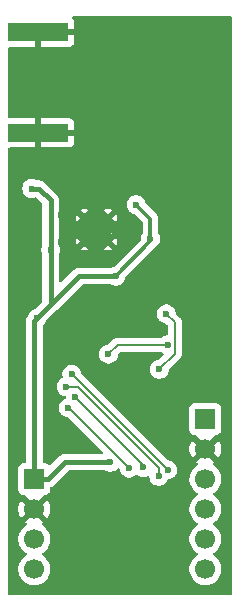
<source format=gbr>
%TF.GenerationSoftware,KiCad,Pcbnew,9.0.6*%
%TF.CreationDate,2026-01-14T21:48:58+07:00*%
%TF.ProjectId,Sensor,53656e73-6f72-42e6-9b69-6361645f7063,rev?*%
%TF.SameCoordinates,Original*%
%TF.FileFunction,Copper,L2,Bot*%
%TF.FilePolarity,Positive*%
%FSLAX46Y46*%
G04 Gerber Fmt 4.6, Leading zero omitted, Abs format (unit mm)*
G04 Created by KiCad (PCBNEW 9.0.6) date 2026-01-14 21:48:58*
%MOMM*%
%LPD*%
G01*
G04 APERTURE LIST*
%TA.AperFunction,SMDPad,CuDef*%
%ADD10R,5.080000X1.500000*%
%TD*%
%TA.AperFunction,ComponentPad*%
%ADD11R,1.700000X1.700000*%
%TD*%
%TA.AperFunction,ComponentPad*%
%ADD12C,1.700000*%
%TD*%
%TA.AperFunction,HeatsinkPad*%
%ADD13C,0.500000*%
%TD*%
%TA.AperFunction,HeatsinkPad*%
%ADD14R,2.500000X2.500000*%
%TD*%
%TA.AperFunction,ViaPad*%
%ADD15C,0.600000*%
%TD*%
%TA.AperFunction,Conductor*%
%ADD16C,0.200000*%
%TD*%
%TA.AperFunction,Conductor*%
%ADD17C,0.300000*%
%TD*%
%TA.AperFunction,Conductor*%
%ADD18C,0.400000*%
%TD*%
G04 APERTURE END LIST*
D10*
%TO.P,J31,2,Ext*%
%TO.N,GND*%
X103062500Y-110350000D03*
X103062500Y-101850000D03*
%TD*%
D11*
%TO.P,J53,1,Pin_1*%
%TO.N,VCC*%
X117200000Y-134600000D03*
D12*
%TO.P,J53,2,Pin_2*%
%TO.N,GND*%
X117200000Y-137140000D03*
%TO.P,J53,3,Pin_3*%
%TO.N,/TX*%
X117200000Y-139680000D03*
%TO.P,J53,4,Pin_4*%
%TO.N,/RX*%
X117200000Y-142220000D03*
%TO.P,J53,5,Pin_5*%
%TO.N,/SWDIO*%
X117200000Y-144760000D03*
%TO.P,J53,6,Pin_6*%
%TO.N,/SWCLK*%
X117200000Y-147300000D03*
%TD*%
D13*
%TO.P,U31,21,EXP*%
%TO.N,GND*%
X106960000Y-119555000D03*
X108960000Y-119555000D03*
D14*
X107960000Y-118555000D03*
D13*
X106960000Y-117555000D03*
X108960000Y-117555000D03*
%TD*%
D11*
%TO.P,J52,1,Pin_1*%
%TO.N,VCC*%
X102715000Y-139690000D03*
D12*
%TO.P,J52,2,Pin_2*%
%TO.N,GND*%
X102715000Y-142230000D03*
%TO.P,J52,3,Pin_3*%
%TO.N,/SCL*%
X102715000Y-144770000D03*
%TO.P,J52,4,Pin_4*%
%TO.N,/SDA*%
X102715000Y-147310000D03*
%TD*%
D15*
%TO.N,GND*%
X114850000Y-137500000D03*
X114250000Y-136700000D03*
X112200000Y-148500000D03*
X112200000Y-145950000D03*
X107900000Y-148350000D03*
X108200000Y-146000000D03*
X113950000Y-103900000D03*
X111350000Y-106300000D03*
X117550000Y-105800000D03*
X118400000Y-114900000D03*
X116900000Y-113750000D03*
X114300000Y-113650000D03*
X107250000Y-130050000D03*
X105700000Y-129250000D03*
X101600000Y-129150000D03*
X101400000Y-131150000D03*
X110100000Y-148450000D03*
X109950000Y-143500000D03*
X110150000Y-146050000D03*
X114200000Y-147750000D03*
X114250000Y-146450000D03*
%TO.N,/SWCLK*%
X105600000Y-133650000D03*
X110750000Y-138750000D03*
%TO.N,/SWDIO*%
X106200000Y-132750000D03*
X111950000Y-138700000D03*
%TO.N,/RX*%
X105400000Y-131850000D03*
X113250000Y-139450000D03*
%TO.N,/TX*%
X105900000Y-130800000D03*
X114000000Y-138900000D03*
%TO.N,/SW_BOOT*%
X114000000Y-128300000D03*
X109000000Y-129100000D03*
%TO.N,GND*%
X116300000Y-130400000D03*
X108600000Y-103700000D03*
X105000000Y-119600000D03*
X113400000Y-111800000D03*
X115200000Y-106700000D03*
X112600000Y-102700000D03*
X117300000Y-103400000D03*
X105000000Y-117300000D03*
X117900000Y-131100000D03*
X115900000Y-104400000D03*
X102850000Y-113150000D03*
X110700000Y-102500000D03*
X117100000Y-112000000D03*
X105200000Y-112600000D03*
X112300000Y-108300000D03*
X101300000Y-133100000D03*
X117400000Y-109900000D03*
X109800000Y-130600000D03*
X102250000Y-118100000D03*
X109800000Y-132900000D03*
X113500000Y-118100000D03*
X111450000Y-124600000D03*
X111500000Y-111800000D03*
X116900000Y-108200000D03*
X113600000Y-106600000D03*
X111500000Y-110100000D03*
X105250000Y-113700000D03*
X114800000Y-102200000D03*
X115350000Y-121850000D03*
X102000000Y-112600000D03*
X113100000Y-110100000D03*
X115600000Y-111900000D03*
X109800000Y-131800000D03*
X105300000Y-120400000D03*
X103800000Y-112600000D03*
X111950000Y-125050000D03*
X102250000Y-119200000D03*
X114550000Y-118230000D03*
X115600000Y-110100000D03*
X102250000Y-117100000D03*
X112200000Y-104800000D03*
X113900000Y-108200000D03*
X113600000Y-133300000D03*
X107300000Y-129200000D03*
X118200057Y-121712004D03*
X116700000Y-121800000D03*
X102000000Y-113900000D03*
%TO.N,/SW_RESET*%
X113300000Y-130387500D03*
X113900000Y-125700000D03*
%TO.N,VCC*%
X112550000Y-119350000D03*
X109150000Y-138250000D03*
X102950000Y-126050000D03*
X109600000Y-122500000D03*
X111350000Y-116450000D03*
X104100000Y-120250000D03*
X102500000Y-115080000D03*
%TD*%
D16*
%TO.N,/SWCLK*%
X105650000Y-133650000D02*
X105600000Y-133650000D01*
X110750000Y-138750000D02*
X105650000Y-133650000D01*
%TO.N,/SWDIO*%
X111950000Y-138500000D02*
X106200000Y-132750000D01*
X111950000Y-138700000D02*
X111950000Y-138500000D01*
%TO.N,/RX*%
X106382900Y-131850000D02*
X105400000Y-131850000D01*
X113250000Y-138717100D02*
X106382900Y-131850000D01*
X113250000Y-139450000D02*
X113250000Y-138717100D01*
%TO.N,/TX*%
X114000000Y-138900000D02*
X105900000Y-130800000D01*
%TO.N,/SW_BOOT*%
X109800000Y-128300000D02*
X109000000Y-129100000D01*
X114000000Y-128300000D02*
X109800000Y-128300000D01*
%TO.N,/SW_RESET*%
X114601000Y-129086500D02*
X113300000Y-130387500D01*
X114601000Y-126401000D02*
X114601000Y-129086500D01*
X113900000Y-125700000D02*
X114601000Y-126401000D01*
D17*
%TO.N,VCC*%
X112550000Y-119350000D02*
X112550000Y-119550000D01*
D18*
X102500000Y-115080000D02*
X103121364Y-115080000D01*
D17*
X112550000Y-119550000D02*
X109600000Y-122500000D01*
D18*
X104100000Y-120250000D02*
X104100000Y-124900000D01*
X104100000Y-116058636D02*
X104100000Y-120250000D01*
X105300000Y-138250000D02*
X109150000Y-138250000D01*
X102715000Y-139690000D02*
X103860000Y-139690000D01*
X103860000Y-139690000D02*
X105300000Y-138250000D01*
D16*
X117200000Y-134600000D02*
X117200000Y-134649943D01*
D18*
X104100000Y-124900000D02*
X102950000Y-126050000D01*
X106500000Y-122500000D02*
X104100000Y-124900000D01*
X102950000Y-126050000D02*
X102715000Y-126285000D01*
D17*
X111350000Y-116450000D02*
X112550000Y-117650000D01*
D18*
X103121364Y-115080000D02*
X104100000Y-116058636D01*
X102715000Y-126285000D02*
X102715000Y-139690000D01*
D17*
X112550000Y-117650000D02*
X112550000Y-119350000D01*
D18*
X109600000Y-122500000D02*
X106500000Y-122500000D01*
%TD*%
%TA.AperFunction,Conductor*%
%TO.N,GND*%
G36*
X119442539Y-100520185D02*
G01*
X119488294Y-100572989D01*
X119499500Y-100624500D01*
X119499500Y-149375500D01*
X119479815Y-149442539D01*
X119427011Y-149488294D01*
X119375500Y-149499500D01*
X100624500Y-149499500D01*
X100557461Y-149479815D01*
X100511706Y-149427011D01*
X100500500Y-149375500D01*
X100500500Y-138792135D01*
X101364500Y-138792135D01*
X101364500Y-140587870D01*
X101364501Y-140587876D01*
X101370908Y-140647483D01*
X101421202Y-140782328D01*
X101421206Y-140782335D01*
X101507452Y-140897544D01*
X101507455Y-140897547D01*
X101622664Y-140983793D01*
X101622671Y-140983797D01*
X101667618Y-141000561D01*
X101757517Y-141034091D01*
X101817127Y-141040500D01*
X101827685Y-141040499D01*
X101894723Y-141060179D01*
X101915372Y-141076818D01*
X102585591Y-141747037D01*
X102522007Y-141764075D01*
X102407993Y-141829901D01*
X102314901Y-141922993D01*
X102249075Y-142037007D01*
X102232037Y-142100591D01*
X101599728Y-141468282D01*
X101599727Y-141468282D01*
X101560380Y-141522439D01*
X101463904Y-141711782D01*
X101398242Y-141913869D01*
X101398242Y-141913872D01*
X101365000Y-142123753D01*
X101365000Y-142336246D01*
X101398242Y-142546127D01*
X101398242Y-142546130D01*
X101463904Y-142748217D01*
X101560375Y-142937550D01*
X101599728Y-142991716D01*
X102232037Y-142359408D01*
X102249075Y-142422993D01*
X102314901Y-142537007D01*
X102407993Y-142630099D01*
X102522007Y-142695925D01*
X102585590Y-142712962D01*
X101953282Y-143345269D01*
X101953282Y-143345270D01*
X102007452Y-143384626D01*
X102007451Y-143384626D01*
X102016495Y-143389234D01*
X102067292Y-143437208D01*
X102084087Y-143505029D01*
X102061550Y-143571164D01*
X102016499Y-143610202D01*
X102007182Y-143614949D01*
X101835213Y-143739890D01*
X101684890Y-143890213D01*
X101559951Y-144062179D01*
X101463444Y-144251585D01*
X101397753Y-144453760D01*
X101364500Y-144663713D01*
X101364500Y-144876286D01*
X101396169Y-145076239D01*
X101397754Y-145086243D01*
X101460194Y-145278414D01*
X101463444Y-145288414D01*
X101559951Y-145477820D01*
X101684890Y-145649786D01*
X101835213Y-145800109D01*
X102007182Y-145925050D01*
X102015946Y-145929516D01*
X102066742Y-145977491D01*
X102083536Y-146045312D01*
X102060998Y-146111447D01*
X102015946Y-146150484D01*
X102007182Y-146154949D01*
X101835213Y-146279890D01*
X101684890Y-146430213D01*
X101559951Y-146602179D01*
X101463444Y-146791585D01*
X101397753Y-146993760D01*
X101364500Y-147203713D01*
X101364500Y-147416286D01*
X101396169Y-147616239D01*
X101397754Y-147626243D01*
X101460194Y-147818414D01*
X101463444Y-147828414D01*
X101559951Y-148017820D01*
X101684890Y-148189786D01*
X101835213Y-148340109D01*
X102007179Y-148465048D01*
X102007181Y-148465049D01*
X102007184Y-148465051D01*
X102196588Y-148561557D01*
X102398757Y-148627246D01*
X102608713Y-148660500D01*
X102608714Y-148660500D01*
X102821286Y-148660500D01*
X102821287Y-148660500D01*
X103031243Y-148627246D01*
X103233412Y-148561557D01*
X103422816Y-148465051D01*
X103444789Y-148449086D01*
X103594786Y-148340109D01*
X103594788Y-148340106D01*
X103594792Y-148340104D01*
X103745104Y-148189792D01*
X103745106Y-148189788D01*
X103745109Y-148189786D01*
X103870048Y-148017820D01*
X103870047Y-148017820D01*
X103870051Y-148017816D01*
X103966557Y-147828412D01*
X104032246Y-147626243D01*
X104065500Y-147416287D01*
X104065500Y-147203713D01*
X104032246Y-146993757D01*
X103966557Y-146791588D01*
X103870051Y-146602184D01*
X103870049Y-146602181D01*
X103870048Y-146602179D01*
X103745109Y-146430213D01*
X103594786Y-146279890D01*
X103422820Y-146154951D01*
X103422115Y-146154591D01*
X103414054Y-146150485D01*
X103363259Y-146102512D01*
X103346463Y-146034692D01*
X103368999Y-145968556D01*
X103414054Y-145929515D01*
X103422816Y-145925051D01*
X103444789Y-145909086D01*
X103594786Y-145800109D01*
X103594788Y-145800106D01*
X103594792Y-145800104D01*
X103745104Y-145649792D01*
X103745106Y-145649788D01*
X103745109Y-145649786D01*
X103870048Y-145477820D01*
X103870047Y-145477820D01*
X103870051Y-145477816D01*
X103966557Y-145288412D01*
X104032246Y-145086243D01*
X104065500Y-144876287D01*
X104065500Y-144663713D01*
X104032246Y-144453757D01*
X103966557Y-144251588D01*
X103870051Y-144062184D01*
X103870049Y-144062181D01*
X103870048Y-144062179D01*
X103745109Y-143890213D01*
X103594786Y-143739890D01*
X103422817Y-143614949D01*
X103413504Y-143610204D01*
X103362707Y-143562230D01*
X103345912Y-143494409D01*
X103368449Y-143428274D01*
X103413507Y-143389232D01*
X103422555Y-143384622D01*
X103476716Y-143345270D01*
X103476717Y-143345270D01*
X102844408Y-142712962D01*
X102907993Y-142695925D01*
X103022007Y-142630099D01*
X103115099Y-142537007D01*
X103180925Y-142422993D01*
X103197962Y-142359409D01*
X103830270Y-142991717D01*
X103830270Y-142991716D01*
X103869622Y-142937554D01*
X103966095Y-142748217D01*
X104031757Y-142546130D01*
X104031757Y-142546127D01*
X104065000Y-142336246D01*
X104065000Y-142123753D01*
X104031757Y-141913872D01*
X104031757Y-141913869D01*
X103966095Y-141711782D01*
X103869624Y-141522449D01*
X103830270Y-141468282D01*
X103830269Y-141468282D01*
X103197962Y-142100590D01*
X103180925Y-142037007D01*
X103115099Y-141922993D01*
X103022007Y-141829901D01*
X102907993Y-141764075D01*
X102844409Y-141747037D01*
X103514627Y-141076818D01*
X103575950Y-141043333D01*
X103602307Y-141040499D01*
X103612872Y-141040499D01*
X103672483Y-141034091D01*
X103807331Y-140983796D01*
X103922546Y-140897546D01*
X104008796Y-140782331D01*
X104059091Y-140647483D01*
X104065500Y-140587873D01*
X104065499Y-140445947D01*
X104085183Y-140378909D01*
X104137987Y-140333154D01*
X104141997Y-140331407D01*
X104191811Y-140310775D01*
X104306543Y-140234114D01*
X105553838Y-138986819D01*
X105615161Y-138953334D01*
X105641519Y-138950500D01*
X108724684Y-138950500D01*
X108772136Y-138959939D01*
X108837031Y-138986819D01*
X108916503Y-139019737D01*
X109071153Y-139050499D01*
X109071156Y-139050500D01*
X109071158Y-139050500D01*
X109228844Y-139050500D01*
X109228845Y-139050499D01*
X109383497Y-139019737D01*
X109529179Y-138959394D01*
X109660289Y-138871789D01*
X109744603Y-138787474D01*
X109805924Y-138753991D01*
X109875616Y-138758975D01*
X109931550Y-138800846D01*
X109953900Y-138850965D01*
X109980261Y-138983491D01*
X109980264Y-138983501D01*
X110040602Y-139129172D01*
X110040609Y-139129185D01*
X110128210Y-139260288D01*
X110128213Y-139260292D01*
X110239707Y-139371786D01*
X110239711Y-139371789D01*
X110370814Y-139459390D01*
X110370827Y-139459397D01*
X110516498Y-139519735D01*
X110516503Y-139519737D01*
X110671153Y-139550499D01*
X110671156Y-139550500D01*
X110671158Y-139550500D01*
X110828844Y-139550500D01*
X110828845Y-139550499D01*
X110983497Y-139519737D01*
X111129179Y-139459394D01*
X111260289Y-139371789D01*
X111290170Y-139341907D01*
X111351491Y-139308423D01*
X111421183Y-139313407D01*
X111446742Y-139326487D01*
X111570814Y-139409390D01*
X111570827Y-139409397D01*
X111716498Y-139469735D01*
X111716503Y-139469737D01*
X111871153Y-139500499D01*
X111871156Y-139500500D01*
X111871158Y-139500500D01*
X112028844Y-139500500D01*
X112028845Y-139500499D01*
X112183497Y-139469737D01*
X112279014Y-139430172D01*
X112348481Y-139422704D01*
X112410961Y-139453979D01*
X112446613Y-139514068D01*
X112448165Y-139522896D01*
X112448311Y-139522868D01*
X112480261Y-139683489D01*
X112480264Y-139683501D01*
X112540602Y-139829172D01*
X112540609Y-139829185D01*
X112628210Y-139960288D01*
X112628213Y-139960292D01*
X112739707Y-140071786D01*
X112739711Y-140071789D01*
X112870814Y-140159390D01*
X112870827Y-140159397D01*
X112965024Y-140198414D01*
X113016503Y-140219737D01*
X113171153Y-140250499D01*
X113171156Y-140250500D01*
X113171158Y-140250500D01*
X113328844Y-140250500D01*
X113328845Y-140250499D01*
X113483497Y-140219737D01*
X113629179Y-140159394D01*
X113760289Y-140071789D01*
X113871789Y-139960289D01*
X113959394Y-139829179D01*
X113981439Y-139775955D01*
X114025277Y-139721555D01*
X114073306Y-139703894D01*
X114072868Y-139701689D01*
X114164361Y-139683489D01*
X114233497Y-139669737D01*
X114379179Y-139609394D01*
X114510289Y-139521789D01*
X114518010Y-139514068D01*
X114550919Y-139481160D01*
X114621786Y-139410292D01*
X114621789Y-139410289D01*
X114709394Y-139279179D01*
X114769737Y-139133497D01*
X114800500Y-138978842D01*
X114800500Y-138821158D01*
X114800500Y-138821155D01*
X114800499Y-138821153D01*
X114788131Y-138758975D01*
X114769737Y-138666503D01*
X114741226Y-138597671D01*
X114709397Y-138520827D01*
X114709390Y-138520814D01*
X114621789Y-138389711D01*
X114621786Y-138389707D01*
X114510292Y-138278213D01*
X114510288Y-138278210D01*
X114379185Y-138190609D01*
X114379172Y-138190602D01*
X114233501Y-138130264D01*
X114233491Y-138130261D01*
X114078149Y-138099361D01*
X114016238Y-138066976D01*
X114014660Y-138065425D01*
X109651370Y-133702135D01*
X115849500Y-133702135D01*
X115849500Y-135497870D01*
X115849501Y-135497876D01*
X115855908Y-135557483D01*
X115906202Y-135692328D01*
X115906206Y-135692335D01*
X115992452Y-135807544D01*
X115992455Y-135807547D01*
X116107664Y-135893793D01*
X116107671Y-135893797D01*
X116152618Y-135910561D01*
X116242517Y-135944091D01*
X116302127Y-135950500D01*
X116312685Y-135950499D01*
X116379723Y-135970179D01*
X116400372Y-135986818D01*
X117070591Y-136657037D01*
X117007007Y-136674075D01*
X116892993Y-136739901D01*
X116799901Y-136832993D01*
X116734075Y-136947007D01*
X116717037Y-137010591D01*
X116084728Y-136378282D01*
X116084727Y-136378282D01*
X116045380Y-136432439D01*
X115948904Y-136621782D01*
X115883242Y-136823869D01*
X115883242Y-136823872D01*
X115850000Y-137033753D01*
X115850000Y-137246246D01*
X115883242Y-137456127D01*
X115883242Y-137456130D01*
X115948904Y-137658217D01*
X116045375Y-137847550D01*
X116084728Y-137901716D01*
X116717037Y-137269408D01*
X116734075Y-137332993D01*
X116799901Y-137447007D01*
X116892993Y-137540099D01*
X117007007Y-137605925D01*
X117070590Y-137622962D01*
X116438282Y-138255269D01*
X116438282Y-138255270D01*
X116492452Y-138294626D01*
X116492451Y-138294626D01*
X116501495Y-138299234D01*
X116552292Y-138347208D01*
X116569087Y-138415029D01*
X116546550Y-138481164D01*
X116501499Y-138520202D01*
X116492182Y-138524949D01*
X116320213Y-138649890D01*
X116169890Y-138800213D01*
X116044951Y-138972179D01*
X115948444Y-139161585D01*
X115882753Y-139363760D01*
X115865968Y-139469736D01*
X115849500Y-139573713D01*
X115849500Y-139786287D01*
X115882754Y-139996243D01*
X115935766Y-140159397D01*
X115948444Y-140198414D01*
X116044951Y-140387820D01*
X116169890Y-140559786D01*
X116320213Y-140710109D01*
X116492182Y-140835050D01*
X116500946Y-140839516D01*
X116551742Y-140887491D01*
X116568536Y-140955312D01*
X116545998Y-141021447D01*
X116500946Y-141060484D01*
X116492182Y-141064949D01*
X116320213Y-141189890D01*
X116169890Y-141340213D01*
X116044951Y-141512179D01*
X115948444Y-141701585D01*
X115882753Y-141903760D01*
X115879707Y-141922993D01*
X115849500Y-142113713D01*
X115849500Y-142326287D01*
X115882754Y-142536243D01*
X115898126Y-142583554D01*
X115948444Y-142738414D01*
X116044951Y-142927820D01*
X116169890Y-143099786D01*
X116320213Y-143250109D01*
X116492182Y-143375050D01*
X116500946Y-143379516D01*
X116551742Y-143427491D01*
X116568536Y-143495312D01*
X116545998Y-143561447D01*
X116500946Y-143600484D01*
X116492182Y-143604949D01*
X116320213Y-143729890D01*
X116169890Y-143880213D01*
X116044951Y-144052179D01*
X115948444Y-144241585D01*
X115882753Y-144443760D01*
X115849500Y-144653713D01*
X115849500Y-144866287D01*
X115882754Y-145076243D01*
X115886003Y-145086243D01*
X115948444Y-145278414D01*
X116044951Y-145467820D01*
X116169890Y-145639786D01*
X116320213Y-145790109D01*
X116492182Y-145915050D01*
X116500946Y-145919516D01*
X116551742Y-145967491D01*
X116568536Y-146035312D01*
X116545998Y-146101447D01*
X116500946Y-146140484D01*
X116492182Y-146144949D01*
X116320213Y-146269890D01*
X116169890Y-146420213D01*
X116044951Y-146592179D01*
X115948444Y-146781585D01*
X115882753Y-146983760D01*
X115849500Y-147193713D01*
X115849500Y-147406287D01*
X115882754Y-147616243D01*
X115886003Y-147626243D01*
X115948444Y-147818414D01*
X116044951Y-148007820D01*
X116169890Y-148179786D01*
X116320213Y-148330109D01*
X116492179Y-148455048D01*
X116492181Y-148455049D01*
X116492184Y-148455051D01*
X116681588Y-148551557D01*
X116883757Y-148617246D01*
X117093713Y-148650500D01*
X117093714Y-148650500D01*
X117306286Y-148650500D01*
X117306287Y-148650500D01*
X117516243Y-148617246D01*
X117718412Y-148551557D01*
X117907816Y-148455051D01*
X117929789Y-148439086D01*
X118079786Y-148330109D01*
X118079788Y-148330106D01*
X118079792Y-148330104D01*
X118230104Y-148179792D01*
X118230106Y-148179788D01*
X118230109Y-148179786D01*
X118355048Y-148007820D01*
X118355047Y-148007820D01*
X118355051Y-148007816D01*
X118451557Y-147818412D01*
X118517246Y-147616243D01*
X118550500Y-147406287D01*
X118550500Y-147193713D01*
X118517246Y-146983757D01*
X118451557Y-146781588D01*
X118355051Y-146592184D01*
X118355049Y-146592181D01*
X118355048Y-146592179D01*
X118230109Y-146420213D01*
X118079786Y-146269890D01*
X117907820Y-146144951D01*
X117907115Y-146144591D01*
X117899054Y-146140485D01*
X117848259Y-146092512D01*
X117831463Y-146024692D01*
X117853999Y-145958556D01*
X117899054Y-145919515D01*
X117907816Y-145915051D01*
X117929789Y-145899086D01*
X118079786Y-145790109D01*
X118079788Y-145790106D01*
X118079792Y-145790104D01*
X118230104Y-145639792D01*
X118230106Y-145639788D01*
X118230109Y-145639786D01*
X118355048Y-145467820D01*
X118355047Y-145467820D01*
X118355051Y-145467816D01*
X118451557Y-145278412D01*
X118517246Y-145076243D01*
X118550500Y-144866287D01*
X118550500Y-144653713D01*
X118517246Y-144443757D01*
X118451557Y-144241588D01*
X118355051Y-144052184D01*
X118355049Y-144052181D01*
X118355048Y-144052179D01*
X118230109Y-143880213D01*
X118079786Y-143729890D01*
X117907820Y-143604951D01*
X117907115Y-143604591D01*
X117899054Y-143600485D01*
X117848259Y-143552512D01*
X117831463Y-143484692D01*
X117853999Y-143418556D01*
X117899054Y-143379515D01*
X117907816Y-143375051D01*
X117948808Y-143345269D01*
X118079786Y-143250109D01*
X118079788Y-143250106D01*
X118079792Y-143250104D01*
X118230104Y-143099792D01*
X118230106Y-143099788D01*
X118230109Y-143099786D01*
X118355048Y-142927820D01*
X118355047Y-142927820D01*
X118355051Y-142927816D01*
X118451557Y-142738412D01*
X118517246Y-142536243D01*
X118550500Y-142326287D01*
X118550500Y-142113713D01*
X118517246Y-141903757D01*
X118451557Y-141701588D01*
X118355051Y-141512184D01*
X118355049Y-141512181D01*
X118355048Y-141512179D01*
X118230109Y-141340213D01*
X118079786Y-141189890D01*
X117907820Y-141064951D01*
X117907115Y-141064591D01*
X117899054Y-141060485D01*
X117848259Y-141012512D01*
X117831463Y-140944692D01*
X117853999Y-140878556D01*
X117899054Y-140839515D01*
X117907816Y-140835051D01*
X117980374Y-140782335D01*
X118079786Y-140710109D01*
X118079788Y-140710106D01*
X118079792Y-140710104D01*
X118230104Y-140559792D01*
X118230106Y-140559788D01*
X118230109Y-140559786D01*
X118355048Y-140387820D01*
X118355047Y-140387820D01*
X118355051Y-140387816D01*
X118451557Y-140198412D01*
X118517246Y-139996243D01*
X118550500Y-139786287D01*
X118550500Y-139573713D01*
X118517246Y-139363757D01*
X118451557Y-139161588D01*
X118355051Y-138972184D01*
X118355049Y-138972181D01*
X118355048Y-138972179D01*
X118230109Y-138800213D01*
X118079786Y-138649890D01*
X117907817Y-138524949D01*
X117898504Y-138520204D01*
X117847707Y-138472230D01*
X117830912Y-138404409D01*
X117853449Y-138338274D01*
X117898507Y-138299232D01*
X117907555Y-138294622D01*
X117961716Y-138255270D01*
X117961717Y-138255270D01*
X117329408Y-137622962D01*
X117392993Y-137605925D01*
X117507007Y-137540099D01*
X117600099Y-137447007D01*
X117665925Y-137332993D01*
X117682962Y-137269408D01*
X118315270Y-137901717D01*
X118315270Y-137901716D01*
X118354622Y-137847554D01*
X118451095Y-137658217D01*
X118516757Y-137456130D01*
X118516757Y-137456127D01*
X118550000Y-137246246D01*
X118550000Y-137033753D01*
X118516757Y-136823872D01*
X118516757Y-136823869D01*
X118451095Y-136621782D01*
X118354624Y-136432449D01*
X118315270Y-136378282D01*
X118315269Y-136378282D01*
X117682962Y-137010590D01*
X117665925Y-136947007D01*
X117600099Y-136832993D01*
X117507007Y-136739901D01*
X117392993Y-136674075D01*
X117329409Y-136657037D01*
X117999627Y-135986818D01*
X118060950Y-135953333D01*
X118087307Y-135950499D01*
X118097872Y-135950499D01*
X118157483Y-135944091D01*
X118292331Y-135893796D01*
X118407546Y-135807546D01*
X118493796Y-135692331D01*
X118544091Y-135557483D01*
X118550500Y-135497873D01*
X118550499Y-133702128D01*
X118544091Y-133642517D01*
X118493796Y-133507669D01*
X118493795Y-133507668D01*
X118493793Y-133507664D01*
X118407547Y-133392455D01*
X118407544Y-133392452D01*
X118292335Y-133306206D01*
X118292328Y-133306202D01*
X118157482Y-133255908D01*
X118157483Y-133255908D01*
X118097883Y-133249501D01*
X118097881Y-133249500D01*
X118097873Y-133249500D01*
X118097864Y-133249500D01*
X116302129Y-133249500D01*
X116302123Y-133249501D01*
X116242516Y-133255908D01*
X116107671Y-133306202D01*
X116107664Y-133306206D01*
X115992455Y-133392452D01*
X115992452Y-133392455D01*
X115906206Y-133507664D01*
X115906202Y-133507671D01*
X115855908Y-133642517D01*
X115849501Y-133702116D01*
X115849501Y-133702123D01*
X115849500Y-133702135D01*
X109651370Y-133702135D01*
X106734574Y-130785339D01*
X106701089Y-130724016D01*
X106700638Y-130721849D01*
X106669738Y-130566510D01*
X106669737Y-130566503D01*
X106628251Y-130466346D01*
X106609397Y-130420827D01*
X106609390Y-130420814D01*
X106521789Y-130289711D01*
X106521786Y-130289707D01*
X106410292Y-130178213D01*
X106410288Y-130178210D01*
X106279185Y-130090609D01*
X106279172Y-130090602D01*
X106133501Y-130030264D01*
X106133489Y-130030261D01*
X105978845Y-129999500D01*
X105978842Y-129999500D01*
X105821158Y-129999500D01*
X105821155Y-129999500D01*
X105666510Y-130030261D01*
X105666498Y-130030264D01*
X105520827Y-130090602D01*
X105520814Y-130090609D01*
X105389711Y-130178210D01*
X105389707Y-130178213D01*
X105278213Y-130289707D01*
X105278210Y-130289711D01*
X105190609Y-130420814D01*
X105190602Y-130420827D01*
X105130264Y-130566498D01*
X105130261Y-130566510D01*
X105099500Y-130721153D01*
X105099500Y-130878846D01*
X105121761Y-130990762D01*
X105115534Y-131060354D01*
X105072670Y-131115531D01*
X105047599Y-131129513D01*
X105020826Y-131140603D01*
X105020814Y-131140609D01*
X104889711Y-131228210D01*
X104889707Y-131228213D01*
X104778213Y-131339707D01*
X104778210Y-131339711D01*
X104690609Y-131470814D01*
X104690602Y-131470827D01*
X104630264Y-131616498D01*
X104630261Y-131616510D01*
X104599500Y-131771153D01*
X104599500Y-131928846D01*
X104630261Y-132083489D01*
X104630264Y-132083501D01*
X104690602Y-132229172D01*
X104690609Y-132229185D01*
X104778210Y-132360288D01*
X104778213Y-132360292D01*
X104889707Y-132471786D01*
X104889711Y-132471789D01*
X105020814Y-132559390D01*
X105020827Y-132559397D01*
X105166498Y-132619735D01*
X105166503Y-132619737D01*
X105276987Y-132641713D01*
X105299691Y-132646230D01*
X105327814Y-132660940D01*
X105356703Y-132674134D01*
X105358560Y-132677023D01*
X105361602Y-132678615D01*
X105377308Y-132706197D01*
X105394477Y-132732912D01*
X105395137Y-132737506D01*
X105396176Y-132739330D01*
X105399500Y-132767847D01*
X105399500Y-132783740D01*
X105379815Y-132850779D01*
X105327011Y-132896534D01*
X105322953Y-132898301D01*
X105220824Y-132940604D01*
X105220814Y-132940609D01*
X105089711Y-133028210D01*
X105089707Y-133028213D01*
X104978213Y-133139707D01*
X104978210Y-133139711D01*
X104890609Y-133270814D01*
X104890602Y-133270827D01*
X104830264Y-133416498D01*
X104830261Y-133416510D01*
X104799500Y-133571153D01*
X104799500Y-133728846D01*
X104830261Y-133883489D01*
X104830264Y-133883501D01*
X104890602Y-134029172D01*
X104890609Y-134029185D01*
X104978210Y-134160288D01*
X104978213Y-134160292D01*
X105089707Y-134271786D01*
X105089711Y-134271789D01*
X105220814Y-134359390D01*
X105220827Y-134359397D01*
X105366498Y-134419735D01*
X105366503Y-134419737D01*
X105521153Y-134450499D01*
X105521156Y-134450500D01*
X105521158Y-134450500D01*
X105549903Y-134450500D01*
X105616942Y-134470185D01*
X105637584Y-134486819D01*
X108488584Y-137337819D01*
X108522069Y-137399142D01*
X108517085Y-137468834D01*
X108475213Y-137524767D01*
X108409749Y-137549184D01*
X108400903Y-137549500D01*
X105231005Y-137549500D01*
X105095677Y-137576418D01*
X105095667Y-137576421D01*
X104968192Y-137629222D01*
X104853454Y-137705887D01*
X104086788Y-138472553D01*
X104025465Y-138506038D01*
X103955773Y-138501054D01*
X103924796Y-138484138D01*
X103807335Y-138396206D01*
X103807328Y-138396202D01*
X103672482Y-138345908D01*
X103672483Y-138345908D01*
X103612883Y-138339501D01*
X103612881Y-138339500D01*
X103612873Y-138339500D01*
X103612865Y-138339500D01*
X103539500Y-138339500D01*
X103472461Y-138319815D01*
X103426706Y-138267011D01*
X103415500Y-138215500D01*
X103415500Y-129021153D01*
X108199500Y-129021153D01*
X108199500Y-129178846D01*
X108230261Y-129333489D01*
X108230263Y-129333497D01*
X108230264Y-129333499D01*
X108290602Y-129479172D01*
X108290609Y-129479185D01*
X108378210Y-129610288D01*
X108378213Y-129610292D01*
X108489707Y-129721786D01*
X108489711Y-129721789D01*
X108620814Y-129809390D01*
X108620827Y-129809397D01*
X108766498Y-129869735D01*
X108766503Y-129869737D01*
X108921153Y-129900499D01*
X108921156Y-129900500D01*
X108921158Y-129900500D01*
X109078844Y-129900500D01*
X109078845Y-129900499D01*
X109233497Y-129869737D01*
X109379179Y-129809394D01*
X109510289Y-129721789D01*
X109621789Y-129610289D01*
X109709394Y-129479179D01*
X109769737Y-129333497D01*
X109797336Y-129194749D01*
X109800638Y-129178150D01*
X109833023Y-129116239D01*
X109834518Y-129114716D01*
X110012416Y-128936819D01*
X110073739Y-128903334D01*
X110100097Y-128900500D01*
X113420234Y-128900500D01*
X113438377Y-128905827D01*
X113457287Y-128906165D01*
X113485504Y-128919665D01*
X113487273Y-128920185D01*
X113489125Y-128921398D01*
X113619907Y-129008784D01*
X113664712Y-129062396D01*
X113673419Y-129131721D01*
X113643265Y-129194749D01*
X113638697Y-129199567D01*
X113285339Y-129552925D01*
X113224016Y-129586410D01*
X113221850Y-129586861D01*
X113066508Y-129617761D01*
X113066498Y-129617764D01*
X112920827Y-129678102D01*
X112920814Y-129678109D01*
X112789711Y-129765710D01*
X112789707Y-129765713D01*
X112678213Y-129877207D01*
X112678210Y-129877211D01*
X112590609Y-130008314D01*
X112590602Y-130008327D01*
X112530264Y-130153998D01*
X112530261Y-130154010D01*
X112499500Y-130308653D01*
X112499500Y-130466346D01*
X112530261Y-130620989D01*
X112530264Y-130621001D01*
X112590602Y-130766672D01*
X112590609Y-130766685D01*
X112678210Y-130897788D01*
X112678213Y-130897792D01*
X112789707Y-131009286D01*
X112789711Y-131009289D01*
X112920814Y-131096890D01*
X112920827Y-131096897D01*
X113026359Y-131140609D01*
X113066503Y-131157237D01*
X113221153Y-131187999D01*
X113221156Y-131188000D01*
X113221158Y-131188000D01*
X113378844Y-131188000D01*
X113378845Y-131187999D01*
X113533497Y-131157237D01*
X113679179Y-131096894D01*
X113810289Y-131009289D01*
X113921789Y-130897789D01*
X114009394Y-130766679D01*
X114069737Y-130620997D01*
X114089113Y-130523585D01*
X114100638Y-130465650D01*
X114133023Y-130403739D01*
X114134520Y-130402214D01*
X114959506Y-129577227D01*
X114959511Y-129577224D01*
X114969714Y-129567020D01*
X114969716Y-129567020D01*
X115081520Y-129455216D01*
X115151793Y-129333499D01*
X115151794Y-129333498D01*
X115155357Y-129327324D01*
X115160577Y-129318285D01*
X115201501Y-129165557D01*
X115201501Y-129007443D01*
X115201501Y-128999848D01*
X115201500Y-128999830D01*
X115201500Y-126490060D01*
X115201501Y-126490047D01*
X115201501Y-126321944D01*
X115201501Y-126321943D01*
X115160577Y-126169216D01*
X115108591Y-126079172D01*
X115081524Y-126032290D01*
X115081518Y-126032282D01*
X114734573Y-125685337D01*
X114701088Y-125624014D01*
X114700637Y-125621847D01*
X114669738Y-125466510D01*
X114669737Y-125466503D01*
X114653876Y-125428210D01*
X114609397Y-125320827D01*
X114609390Y-125320814D01*
X114521789Y-125189711D01*
X114521786Y-125189707D01*
X114410292Y-125078213D01*
X114410288Y-125078210D01*
X114279185Y-124990609D01*
X114279172Y-124990602D01*
X114133501Y-124930264D01*
X114133489Y-124930261D01*
X113978845Y-124899500D01*
X113978842Y-124899500D01*
X113821158Y-124899500D01*
X113821155Y-124899500D01*
X113666510Y-124930261D01*
X113666498Y-124930264D01*
X113520827Y-124990602D01*
X113520814Y-124990609D01*
X113389711Y-125078210D01*
X113389707Y-125078213D01*
X113278213Y-125189707D01*
X113278210Y-125189711D01*
X113190609Y-125320814D01*
X113190602Y-125320827D01*
X113130264Y-125466498D01*
X113130261Y-125466510D01*
X113099500Y-125621153D01*
X113099500Y-125778846D01*
X113130261Y-125933489D01*
X113130264Y-125933501D01*
X113190602Y-126079172D01*
X113190609Y-126079185D01*
X113278210Y-126210288D01*
X113278213Y-126210292D01*
X113389707Y-126321786D01*
X113389711Y-126321789D01*
X113520814Y-126409390D01*
X113520827Y-126409397D01*
X113666498Y-126469735D01*
X113666503Y-126469737D01*
X113768608Y-126490047D01*
X113821846Y-126500637D01*
X113838600Y-126509401D01*
X113857081Y-126513421D01*
X113882124Y-126532168D01*
X113883757Y-126533022D01*
X113885336Y-126534572D01*
X113964181Y-126613416D01*
X113997666Y-126674739D01*
X114000500Y-126701098D01*
X114000500Y-127381953D01*
X113980815Y-127448992D01*
X113928011Y-127494747D01*
X113900692Y-127503570D01*
X113766508Y-127530261D01*
X113766498Y-127530264D01*
X113620827Y-127590602D01*
X113620814Y-127590609D01*
X113489125Y-127678602D01*
X113422447Y-127699480D01*
X113420234Y-127699500D01*
X109886669Y-127699500D01*
X109886653Y-127699499D01*
X109879057Y-127699499D01*
X109720943Y-127699499D01*
X109613587Y-127728265D01*
X109568210Y-127740424D01*
X109568209Y-127740425D01*
X109518096Y-127769359D01*
X109518095Y-127769360D01*
X109474689Y-127794420D01*
X109431285Y-127819479D01*
X109431282Y-127819481D01*
X108985339Y-128265425D01*
X108924016Y-128298910D01*
X108921850Y-128299361D01*
X108766508Y-128330261D01*
X108766498Y-128330264D01*
X108620827Y-128390602D01*
X108620814Y-128390609D01*
X108489711Y-128478210D01*
X108489707Y-128478213D01*
X108378213Y-128589707D01*
X108378210Y-128589711D01*
X108290609Y-128720814D01*
X108290602Y-128720827D01*
X108230264Y-128866498D01*
X108230261Y-128866510D01*
X108199500Y-129021153D01*
X103415500Y-129021153D01*
X103415500Y-126767194D01*
X103435185Y-126700155D01*
X103456310Y-126676425D01*
X103455982Y-126676097D01*
X103571786Y-126560292D01*
X103571789Y-126560289D01*
X103659394Y-126429179D01*
X103659395Y-126429176D01*
X103659397Y-126429173D01*
X103719192Y-126284812D01*
X103746069Y-126244586D01*
X104644114Y-125346543D01*
X104644115Y-125346542D01*
X106753838Y-123236819D01*
X106815161Y-123203334D01*
X106841519Y-123200500D01*
X109174684Y-123200500D01*
X109222136Y-123209939D01*
X109287031Y-123236819D01*
X109366503Y-123269737D01*
X109521153Y-123300499D01*
X109521156Y-123300500D01*
X109521158Y-123300500D01*
X109678844Y-123300500D01*
X109678845Y-123300499D01*
X109833497Y-123269737D01*
X109979179Y-123209394D01*
X110110289Y-123121789D01*
X110221789Y-123010289D01*
X110309394Y-122879179D01*
X110369737Y-122733497D01*
X110383079Y-122666416D01*
X110415463Y-122604509D01*
X110416959Y-122602985D01*
X113015095Y-120004849D01*
X113033879Y-119989434D01*
X113060289Y-119971789D01*
X113171789Y-119860289D01*
X113259394Y-119729179D01*
X113319737Y-119583497D01*
X113350500Y-119428842D01*
X113350500Y-119271158D01*
X113350500Y-119271155D01*
X113350499Y-119271153D01*
X113319738Y-119116510D01*
X113319737Y-119116503D01*
X113259394Y-118970821D01*
X113221396Y-118913953D01*
X113200520Y-118847276D01*
X113200500Y-118845064D01*
X113200500Y-117585928D01*
X113175502Y-117460261D01*
X113175501Y-117460260D01*
X113175501Y-117460256D01*
X113126465Y-117341873D01*
X113065412Y-117250500D01*
X113055276Y-117235330D01*
X112167015Y-116347069D01*
X112133530Y-116285746D01*
X112133093Y-116283652D01*
X112119737Y-116216503D01*
X112095599Y-116158230D01*
X112059397Y-116070827D01*
X112059390Y-116070814D01*
X111971789Y-115939711D01*
X111971786Y-115939707D01*
X111860292Y-115828213D01*
X111860288Y-115828210D01*
X111729185Y-115740609D01*
X111729172Y-115740602D01*
X111583501Y-115680264D01*
X111583489Y-115680261D01*
X111428845Y-115649500D01*
X111428842Y-115649500D01*
X111271158Y-115649500D01*
X111271155Y-115649500D01*
X111116510Y-115680261D01*
X111116498Y-115680264D01*
X110970827Y-115740602D01*
X110970814Y-115740609D01*
X110839711Y-115828210D01*
X110839707Y-115828213D01*
X110728213Y-115939707D01*
X110728210Y-115939711D01*
X110640609Y-116070814D01*
X110640602Y-116070827D01*
X110580264Y-116216498D01*
X110580261Y-116216510D01*
X110549500Y-116371153D01*
X110549500Y-116528846D01*
X110580261Y-116683489D01*
X110580264Y-116683501D01*
X110640602Y-116829172D01*
X110640609Y-116829185D01*
X110728210Y-116960288D01*
X110728213Y-116960292D01*
X110839707Y-117071786D01*
X110839711Y-117071789D01*
X110970814Y-117159390D01*
X110970827Y-117159397D01*
X111058230Y-117195599D01*
X111116503Y-117219737D01*
X111183580Y-117233079D01*
X111245490Y-117265463D01*
X111247069Y-117267015D01*
X111863181Y-117883127D01*
X111896666Y-117944450D01*
X111899500Y-117970808D01*
X111899500Y-118845064D01*
X111879815Y-118912103D01*
X111878603Y-118913954D01*
X111840608Y-118970817D01*
X111840602Y-118970828D01*
X111780264Y-119116498D01*
X111780261Y-119116510D01*
X111749500Y-119271153D01*
X111749500Y-119379191D01*
X111729815Y-119446230D01*
X111713181Y-119466872D01*
X109497068Y-121682984D01*
X109486465Y-121689591D01*
X109480915Y-121696593D01*
X109462640Y-121704440D01*
X109449481Y-121712642D01*
X109441669Y-121715311D01*
X109366503Y-121730263D01*
X109220821Y-121790606D01*
X109220306Y-121790950D01*
X109214778Y-121792839D01*
X109206311Y-121793208D01*
X109174684Y-121799500D01*
X106431004Y-121799500D01*
X106295677Y-121826418D01*
X106295667Y-121826421D01*
X106168192Y-121879222D01*
X106053454Y-121955887D01*
X106053453Y-121955888D01*
X105012181Y-122997161D01*
X104950858Y-123030646D01*
X104881166Y-123025662D01*
X104825233Y-122983790D01*
X104800816Y-122918326D01*
X104800500Y-122909480D01*
X104800500Y-120675316D01*
X104809939Y-120627864D01*
X104869735Y-120483501D01*
X104869737Y-120483497D01*
X104900500Y-120328842D01*
X104900500Y-120232577D01*
X106635975Y-120232577D01*
X106741236Y-120276178D01*
X106741240Y-120276179D01*
X106886126Y-120304999D01*
X106886129Y-120305000D01*
X107033871Y-120305000D01*
X107033873Y-120304999D01*
X107178760Y-120276179D01*
X107178775Y-120276175D01*
X107284024Y-120232578D01*
X107284024Y-120232577D01*
X108635975Y-120232577D01*
X108741236Y-120276178D01*
X108741240Y-120276179D01*
X108886126Y-120304999D01*
X108886129Y-120305000D01*
X109033871Y-120305000D01*
X109033873Y-120304999D01*
X109178760Y-120276179D01*
X109178775Y-120276175D01*
X109284024Y-120232578D01*
X109284024Y-120232577D01*
X108960001Y-119908554D01*
X108960000Y-119908554D01*
X108635975Y-120232577D01*
X107284024Y-120232577D01*
X106960001Y-119908554D01*
X106960000Y-119908554D01*
X106635975Y-120232577D01*
X104900500Y-120232577D01*
X104900500Y-120171158D01*
X104900500Y-120171155D01*
X104900499Y-120171153D01*
X104869738Y-120016510D01*
X104869737Y-120016503D01*
X104851216Y-119971789D01*
X104809939Y-119872136D01*
X104800500Y-119824684D01*
X104800500Y-119481126D01*
X106210000Y-119481126D01*
X106210000Y-119628873D01*
X106238820Y-119773759D01*
X106238822Y-119773767D01*
X106282421Y-119879024D01*
X106606446Y-119555000D01*
X106606446Y-119554999D01*
X106586556Y-119535109D01*
X106860000Y-119535109D01*
X106860000Y-119574891D01*
X106875224Y-119611645D01*
X106903355Y-119639776D01*
X106940109Y-119655000D01*
X106979891Y-119655000D01*
X107016645Y-119639776D01*
X107044776Y-119611645D01*
X107060000Y-119574891D01*
X107060000Y-119554999D01*
X107313554Y-119554999D01*
X107313554Y-119555001D01*
X107637577Y-119879024D01*
X107637578Y-119879024D01*
X107681175Y-119773775D01*
X107681179Y-119773760D01*
X107709999Y-119628873D01*
X107710000Y-119628871D01*
X107710000Y-119481128D01*
X107709999Y-119481126D01*
X108210000Y-119481126D01*
X108210000Y-119628873D01*
X108238820Y-119773759D01*
X108238822Y-119773767D01*
X108282421Y-119879024D01*
X108606446Y-119555000D01*
X108606446Y-119554999D01*
X108586556Y-119535109D01*
X108860000Y-119535109D01*
X108860000Y-119574891D01*
X108875224Y-119611645D01*
X108903355Y-119639776D01*
X108940109Y-119655000D01*
X108979891Y-119655000D01*
X109016645Y-119639776D01*
X109044776Y-119611645D01*
X109060000Y-119574891D01*
X109060000Y-119554999D01*
X109313554Y-119554999D01*
X109313554Y-119555001D01*
X109637577Y-119879024D01*
X109637578Y-119879024D01*
X109681175Y-119773775D01*
X109681179Y-119773760D01*
X109709999Y-119628873D01*
X109710000Y-119628871D01*
X109710000Y-119481128D01*
X109709999Y-119481126D01*
X109681179Y-119336240D01*
X109681178Y-119336236D01*
X109637577Y-119230975D01*
X109313554Y-119554999D01*
X109060000Y-119554999D01*
X109060000Y-119535109D01*
X109044776Y-119498355D01*
X109016645Y-119470224D01*
X108979891Y-119455000D01*
X108940109Y-119455000D01*
X108903355Y-119470224D01*
X108875224Y-119498355D01*
X108860000Y-119535109D01*
X108586556Y-119535109D01*
X108282421Y-119230974D01*
X108282420Y-119230974D01*
X108238823Y-119336228D01*
X108238820Y-119336240D01*
X108210000Y-119481126D01*
X107709999Y-119481126D01*
X107681179Y-119336240D01*
X107681178Y-119336236D01*
X107637577Y-119230975D01*
X107313554Y-119554999D01*
X107060000Y-119554999D01*
X107060000Y-119535109D01*
X107044776Y-119498355D01*
X107016645Y-119470224D01*
X106979891Y-119455000D01*
X106940109Y-119455000D01*
X106903355Y-119470224D01*
X106875224Y-119498355D01*
X106860000Y-119535109D01*
X106586556Y-119535109D01*
X106282421Y-119230974D01*
X106282420Y-119230974D01*
X106238823Y-119336228D01*
X106238820Y-119336240D01*
X106210000Y-119481126D01*
X104800500Y-119481126D01*
X104800500Y-118877420D01*
X106635974Y-118877420D01*
X106635974Y-118877421D01*
X106960000Y-119201446D01*
X106960001Y-119201446D01*
X107284024Y-118877421D01*
X107284022Y-118877420D01*
X108635974Y-118877420D01*
X108635974Y-118877421D01*
X108960000Y-119201446D01*
X108960001Y-119201446D01*
X109284024Y-118877421D01*
X109178767Y-118833822D01*
X109178759Y-118833820D01*
X109033872Y-118805000D01*
X108886128Y-118805000D01*
X108741240Y-118833820D01*
X108741228Y-118833823D01*
X108635974Y-118877420D01*
X107284022Y-118877420D01*
X107178767Y-118833822D01*
X107178759Y-118833820D01*
X107033872Y-118805000D01*
X106886128Y-118805000D01*
X106741240Y-118833820D01*
X106741228Y-118833823D01*
X106635974Y-118877420D01*
X104800500Y-118877420D01*
X104800500Y-118232577D01*
X106635975Y-118232577D01*
X106741236Y-118276178D01*
X106741240Y-118276179D01*
X106886126Y-118304999D01*
X106886129Y-118305000D01*
X107033871Y-118305000D01*
X107033873Y-118304999D01*
X107178760Y-118276179D01*
X107178775Y-118276175D01*
X107284024Y-118232578D01*
X107284024Y-118232577D01*
X108635975Y-118232577D01*
X108741236Y-118276178D01*
X108741240Y-118276179D01*
X108886126Y-118304999D01*
X108886129Y-118305000D01*
X109033871Y-118305000D01*
X109033873Y-118304999D01*
X109178760Y-118276179D01*
X109178775Y-118276175D01*
X109284024Y-118232578D01*
X109284024Y-118232577D01*
X108960001Y-117908554D01*
X108960000Y-117908554D01*
X108635975Y-118232577D01*
X107284024Y-118232577D01*
X106960001Y-117908554D01*
X106960000Y-117908554D01*
X106635975Y-118232577D01*
X104800500Y-118232577D01*
X104800500Y-117481126D01*
X106210000Y-117481126D01*
X106210000Y-117628873D01*
X106238820Y-117773759D01*
X106238822Y-117773767D01*
X106282421Y-117879024D01*
X106606446Y-117555000D01*
X106606446Y-117554999D01*
X106586556Y-117535109D01*
X106860000Y-117535109D01*
X106860000Y-117574891D01*
X106875224Y-117611645D01*
X106903355Y-117639776D01*
X106940109Y-117655000D01*
X106979891Y-117655000D01*
X107016645Y-117639776D01*
X107044776Y-117611645D01*
X107060000Y-117574891D01*
X107060000Y-117554999D01*
X107313554Y-117554999D01*
X107313554Y-117555001D01*
X107637577Y-117879024D01*
X107637578Y-117879024D01*
X107681175Y-117773775D01*
X107681179Y-117773760D01*
X107709999Y-117628873D01*
X107710000Y-117628871D01*
X107710000Y-117481128D01*
X107709999Y-117481126D01*
X108210000Y-117481126D01*
X108210000Y-117628873D01*
X108238820Y-117773759D01*
X108238822Y-117773767D01*
X108282421Y-117879024D01*
X108606446Y-117555000D01*
X108606446Y-117554999D01*
X108586556Y-117535109D01*
X108860000Y-117535109D01*
X108860000Y-117574891D01*
X108875224Y-117611645D01*
X108903355Y-117639776D01*
X108940109Y-117655000D01*
X108979891Y-117655000D01*
X109016645Y-117639776D01*
X109044776Y-117611645D01*
X109060000Y-117574891D01*
X109060000Y-117554999D01*
X109313554Y-117554999D01*
X109313554Y-117555001D01*
X109637577Y-117879024D01*
X109637578Y-117879024D01*
X109681175Y-117773775D01*
X109681179Y-117773760D01*
X109709999Y-117628873D01*
X109710000Y-117628871D01*
X109710000Y-117481128D01*
X109709999Y-117481126D01*
X109681179Y-117336240D01*
X109681178Y-117336236D01*
X109637577Y-117230975D01*
X109313554Y-117554999D01*
X109060000Y-117554999D01*
X109060000Y-117535109D01*
X109044776Y-117498355D01*
X109016645Y-117470224D01*
X108979891Y-117455000D01*
X108940109Y-117455000D01*
X108903355Y-117470224D01*
X108875224Y-117498355D01*
X108860000Y-117535109D01*
X108586556Y-117535109D01*
X108282421Y-117230974D01*
X108282420Y-117230974D01*
X108238823Y-117336228D01*
X108238820Y-117336240D01*
X108210000Y-117481126D01*
X107709999Y-117481126D01*
X107681179Y-117336240D01*
X107681178Y-117336236D01*
X107637577Y-117230975D01*
X107313554Y-117554999D01*
X107060000Y-117554999D01*
X107060000Y-117535109D01*
X107044776Y-117498355D01*
X107016645Y-117470224D01*
X106979891Y-117455000D01*
X106940109Y-117455000D01*
X106903355Y-117470224D01*
X106875224Y-117498355D01*
X106860000Y-117535109D01*
X106586556Y-117535109D01*
X106282421Y-117230974D01*
X106282420Y-117230974D01*
X106238823Y-117336228D01*
X106238820Y-117336240D01*
X106210000Y-117481126D01*
X104800500Y-117481126D01*
X104800500Y-116877420D01*
X106635974Y-116877420D01*
X106635974Y-116877421D01*
X106960000Y-117201446D01*
X106960001Y-117201446D01*
X107284024Y-116877421D01*
X107284022Y-116877420D01*
X108635974Y-116877420D01*
X108635974Y-116877421D01*
X108960000Y-117201446D01*
X108960001Y-117201446D01*
X109284024Y-116877421D01*
X109178767Y-116833822D01*
X109178759Y-116833820D01*
X109033872Y-116805000D01*
X108886128Y-116805000D01*
X108741240Y-116833820D01*
X108741228Y-116833823D01*
X108635974Y-116877420D01*
X107284022Y-116877420D01*
X107178767Y-116833822D01*
X107178759Y-116833820D01*
X107033872Y-116805000D01*
X106886128Y-116805000D01*
X106741240Y-116833820D01*
X106741228Y-116833823D01*
X106635974Y-116877420D01*
X104800500Y-116877420D01*
X104800500Y-115989640D01*
X104773581Y-115854313D01*
X104773580Y-115854312D01*
X104773580Y-115854308D01*
X104761472Y-115825076D01*
X104720776Y-115726827D01*
X104704046Y-115701789D01*
X104652146Y-115624114D01*
X104644114Y-115612093D01*
X104644112Y-115612090D01*
X103567909Y-114535887D01*
X103453171Y-114459222D01*
X103325696Y-114406421D01*
X103325686Y-114406418D01*
X103190360Y-114379500D01*
X103190358Y-114379500D01*
X103190357Y-114379500D01*
X102925316Y-114379500D01*
X102877864Y-114370061D01*
X102733501Y-114310264D01*
X102733489Y-114310261D01*
X102578845Y-114279500D01*
X102578842Y-114279500D01*
X102421158Y-114279500D01*
X102421155Y-114279500D01*
X102266510Y-114310261D01*
X102266498Y-114310264D01*
X102120827Y-114370602D01*
X102120814Y-114370609D01*
X101989711Y-114458210D01*
X101989707Y-114458213D01*
X101878213Y-114569707D01*
X101878210Y-114569711D01*
X101790609Y-114700814D01*
X101790602Y-114700827D01*
X101730264Y-114846498D01*
X101730261Y-114846510D01*
X101699500Y-115001153D01*
X101699500Y-115158846D01*
X101730261Y-115313489D01*
X101730264Y-115313501D01*
X101790602Y-115459172D01*
X101790609Y-115459185D01*
X101878210Y-115590288D01*
X101878213Y-115590292D01*
X101989707Y-115701786D01*
X101989711Y-115701789D01*
X102120814Y-115789390D01*
X102120827Y-115789397D01*
X102266498Y-115849735D01*
X102266503Y-115849737D01*
X102421153Y-115880499D01*
X102421156Y-115880500D01*
X102421158Y-115880500D01*
X102578844Y-115880500D01*
X102578845Y-115880499D01*
X102733497Y-115849737D01*
X102775000Y-115832545D01*
X102844464Y-115825076D01*
X102906944Y-115856349D01*
X102910132Y-115859425D01*
X103363181Y-116312474D01*
X103396666Y-116373797D01*
X103399500Y-116400155D01*
X103399500Y-119824684D01*
X103390061Y-119872136D01*
X103330264Y-120016498D01*
X103330261Y-120016510D01*
X103299500Y-120171153D01*
X103299500Y-120328846D01*
X103330261Y-120483489D01*
X103330264Y-120483501D01*
X103390061Y-120627864D01*
X103399500Y-120675316D01*
X103399500Y-124558480D01*
X103379815Y-124625519D01*
X103363181Y-124646161D01*
X102755412Y-125253929D01*
X102715184Y-125280809D01*
X102570823Y-125340604D01*
X102570814Y-125340609D01*
X102439711Y-125428210D01*
X102439707Y-125428213D01*
X102328213Y-125539707D01*
X102328210Y-125539711D01*
X102240609Y-125670814D01*
X102240602Y-125670827D01*
X102177932Y-125822130D01*
X102177219Y-125821834D01*
X102165644Y-125846302D01*
X102094223Y-125953192D01*
X102041421Y-126080667D01*
X102041420Y-126080671D01*
X102041420Y-126080672D01*
X102016635Y-126205276D01*
X102016635Y-126205277D01*
X102014500Y-126216007D01*
X102014500Y-138215500D01*
X101994815Y-138282539D01*
X101942011Y-138328294D01*
X101890502Y-138339500D01*
X101817130Y-138339500D01*
X101817123Y-138339501D01*
X101757516Y-138345908D01*
X101622671Y-138396202D01*
X101622664Y-138396206D01*
X101507455Y-138482452D01*
X101507452Y-138482455D01*
X101421206Y-138597664D01*
X101421202Y-138597671D01*
X101370908Y-138732517D01*
X101364501Y-138792116D01*
X101364500Y-138792135D01*
X100500500Y-138792135D01*
X100500500Y-111724000D01*
X100520185Y-111656961D01*
X100572989Y-111611206D01*
X100624500Y-111600000D01*
X102812500Y-111600000D01*
X103312500Y-111600000D01*
X105650328Y-111600000D01*
X105650344Y-111599999D01*
X105709872Y-111593598D01*
X105709879Y-111593596D01*
X105844586Y-111543354D01*
X105844593Y-111543350D01*
X105959687Y-111457190D01*
X105959690Y-111457187D01*
X106045850Y-111342093D01*
X106045854Y-111342086D01*
X106096096Y-111207379D01*
X106096098Y-111207372D01*
X106102499Y-111147844D01*
X106102500Y-111147827D01*
X106102500Y-110600000D01*
X103312500Y-110600000D01*
X103312500Y-111600000D01*
X102812500Y-111600000D01*
X102812500Y-110100000D01*
X103312500Y-110100000D01*
X106102500Y-110100000D01*
X106102500Y-109552172D01*
X106102499Y-109552155D01*
X106096098Y-109492627D01*
X106096096Y-109492620D01*
X106045854Y-109357913D01*
X106045850Y-109357906D01*
X105959690Y-109242812D01*
X105959687Y-109242809D01*
X105844593Y-109156649D01*
X105844586Y-109156645D01*
X105709879Y-109106403D01*
X105709872Y-109106401D01*
X105650344Y-109100000D01*
X103312500Y-109100000D01*
X103312500Y-110100000D01*
X102812500Y-110100000D01*
X102812500Y-109100000D01*
X100624500Y-109100000D01*
X100557461Y-109080315D01*
X100511706Y-109027511D01*
X100500500Y-108976000D01*
X100500500Y-103224000D01*
X100520185Y-103156961D01*
X100572989Y-103111206D01*
X100624500Y-103100000D01*
X102812500Y-103100000D01*
X103312500Y-103100000D01*
X105650328Y-103100000D01*
X105650344Y-103099999D01*
X105709872Y-103093598D01*
X105709879Y-103093596D01*
X105844586Y-103043354D01*
X105844593Y-103043350D01*
X105959687Y-102957190D01*
X105959690Y-102957187D01*
X106045850Y-102842093D01*
X106045854Y-102842086D01*
X106096096Y-102707379D01*
X106096098Y-102707372D01*
X106102499Y-102647844D01*
X106102500Y-102647827D01*
X106102500Y-102100000D01*
X103312500Y-102100000D01*
X103312500Y-103100000D01*
X102812500Y-103100000D01*
X102812500Y-101974000D01*
X102832185Y-101906961D01*
X102884989Y-101861206D01*
X102936500Y-101850000D01*
X103062500Y-101850000D01*
X103062500Y-101724000D01*
X103082185Y-101656961D01*
X103134989Y-101611206D01*
X103186500Y-101600000D01*
X106102500Y-101600000D01*
X106102500Y-101052172D01*
X106102499Y-101052155D01*
X106096098Y-100992627D01*
X106096096Y-100992620D01*
X106045854Y-100857913D01*
X106045850Y-100857906D01*
X105959690Y-100742812D01*
X105934248Y-100723766D01*
X105892378Y-100667832D01*
X105887394Y-100598140D01*
X105920880Y-100536818D01*
X105982203Y-100503333D01*
X106008560Y-100500500D01*
X119375500Y-100500500D01*
X119442539Y-100520185D01*
G37*
%TD.AperFunction*%
%TD*%
M02*

</source>
